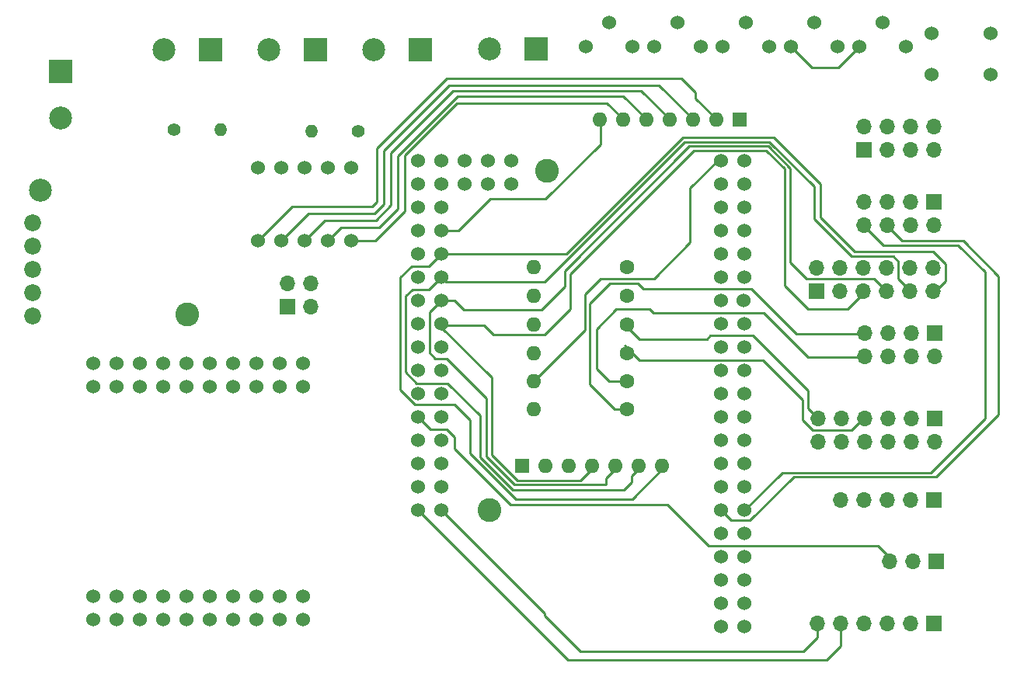
<source format=gbr>
%TF.GenerationSoftware,KiCad,Pcbnew,(6.0.0-0)*%
%TF.CreationDate,2022-03-14T14:23:58-04:00*%
%TF.ProjectId,BODY LED CONTROLLER,424f4459-204c-4454-9420-434f4e54524f,1.0*%
%TF.SameCoordinates,Original*%
%TF.FileFunction,Copper,L2,Inr*%
%TF.FilePolarity,Positive*%
%FSLAX46Y46*%
G04 Gerber Fmt 4.6, Leading zero omitted, Abs format (unit mm)*
G04 Created by KiCad (PCBNEW (6.0.0-0)) date 2022-03-14 14:23:58*
%MOMM*%
%LPD*%
G01*
G04 APERTURE LIST*
%TA.AperFunction,ComponentPad*%
%ADD10R,2.500000X2.500000*%
%TD*%
%TA.AperFunction,ComponentPad*%
%ADD11C,2.500000*%
%TD*%
%TA.AperFunction,ComponentPad*%
%ADD12R,1.700000X1.700000*%
%TD*%
%TA.AperFunction,ComponentPad*%
%ADD13O,1.700000X1.700000*%
%TD*%
%TA.AperFunction,ComponentPad*%
%ADD14C,1.600000*%
%TD*%
%TA.AperFunction,ComponentPad*%
%ADD15O,1.600000X1.600000*%
%TD*%
%TA.AperFunction,ComponentPad*%
%ADD16C,1.836000*%
%TD*%
%TA.AperFunction,ComponentPad*%
%ADD17C,2.600000*%
%TD*%
%TA.AperFunction,ComponentPad*%
%ADD18C,1.524000*%
%TD*%
%TA.AperFunction,ComponentPad*%
%ADD19R,1.600000X1.600000*%
%TD*%
%TA.AperFunction,ComponentPad*%
%ADD20C,1.400000*%
%TD*%
%TA.AperFunction,ComponentPad*%
%ADD21O,1.400000X1.400000*%
%TD*%
%TA.AperFunction,Conductor*%
%ADD22C,0.250000*%
%TD*%
G04 APERTURE END LIST*
D10*
%TO.N,GND*%
%TO.C,J1*%
X93790000Y-70645000D03*
D11*
%TO.N,+12V*%
X93790000Y-75725000D03*
%TD*%
D10*
%TO.N,GND*%
%TO.C,J2*%
X110180000Y-68280000D03*
D11*
%TO.N,+5V*%
X105100000Y-68280000D03*
%TD*%
D10*
%TO.N,GND*%
%TO.C,J3*%
X133045000Y-68280000D03*
D11*
%TO.N,+5V*%
X127965000Y-68280000D03*
%TD*%
D10*
%TO.N,GND*%
%TO.C,J4*%
X121615000Y-68254000D03*
D11*
%TO.N,+5V*%
X116535000Y-68254000D03*
%TD*%
D12*
%TO.N,GND*%
%TO.C,J7*%
X188976000Y-117334000D03*
D13*
%TO.N,+5V*%
X186436000Y-117334000D03*
%TO.N,DP_LOAD*%
X183896000Y-117334000D03*
%TO.N,DP_CLOCK*%
X181356000Y-117334000D03*
%TO.N,DP_DATA_IN*%
X178816000Y-117334000D03*
%TD*%
D12*
%TO.N,GND*%
%TO.C,J8*%
X188976000Y-130810000D03*
D13*
%TO.N,+5V*%
X186436000Y-130810000D03*
%TO.N,VU_STROBE*%
X183896000Y-130810000D03*
%TO.N,VU_RESET*%
X181356000Y-130810000D03*
%TO.N,SPECTRUM_LEFT*%
X178816000Y-130810000D03*
%TO.N,SPECTRUM_RIGHT*%
X176276000Y-130810000D03*
%TD*%
D14*
%TO.N,Net-(J5-Pad8)*%
%TO.C,R2*%
X155520000Y-104422000D03*
D15*
%TO.N,MAINT_DATA*%
X145360000Y-104422000D03*
%TD*%
D14*
%TO.N,Net-(J6-Pad7)*%
%TO.C,R3*%
X155520000Y-101344000D03*
D15*
%TO.N,CS1_DATA*%
X145360000Y-101344000D03*
%TD*%
D14*
%TO.N,Net-(J6-Pad11)*%
%TO.C,R4*%
X155520000Y-98216000D03*
D15*
%TO.N,CS2_DATA*%
X145360000Y-98216000D03*
%TD*%
D14*
%TO.N,Net-(J6-Pad8)*%
%TO.C,R5*%
X155520000Y-95068000D03*
D15*
%TO.N,VU1_DATA*%
X145360000Y-95068000D03*
%TD*%
D14*
%TO.N,Net-(J6-Pad12)*%
%TO.C,R6*%
X155520000Y-91970000D03*
D15*
%TO.N,VU2_DATA*%
X145360000Y-91970000D03*
%TD*%
D16*
%TO.N,unconnected-(U1-PadEN)*%
%TO.C,U1*%
X90780000Y-87130000D03*
%TO.N,GND*%
X90780000Y-92210000D03*
X90780000Y-94750000D03*
D11*
%TO.N,N/C*%
X91610000Y-83600000D03*
D17*
X107610000Y-97100000D03*
D16*
%TO.N,+12V*%
X90780000Y-89670000D03*
%TO.N,+5V*%
X90780000Y-97290000D03*
%TD*%
D18*
%TO.N,unconnected-(U2-Pad0)*%
%TO.C,U2*%
X105015400Y-130406600D03*
%TO.N,unconnected-(U2-Pad1)*%
X120205400Y-127866600D03*
%TO.N,unconnected-(U2-Pad2)*%
X102475400Y-130406600D03*
%TO.N,unconnected-(U2-Pad3)*%
X117715400Y-127866600D03*
%TO.N,unconnected-(U2-Pad4)*%
X107555400Y-130406600D03*
%TO.N,unconnected-(U2-Pad5)*%
X105015400Y-105000600D03*
%TO.N,unconnected-(U2-Pad18)*%
X112635400Y-105000600D03*
%TO.N,unconnected-(U2-Pad19)*%
X110095400Y-105000600D03*
%TO.N,unconnected-(U2-Pad21)*%
X112635400Y-127866600D03*
%TO.N,unconnected-(U2-Pad22)*%
X115175400Y-127866600D03*
%TO.N,unconnected-(U2-Pad23)*%
X107555400Y-105000600D03*
%TO.N,unconnected-(U2-Pad25)*%
X107555400Y-127866600D03*
%TO.N,unconnected-(U2-Pad26)*%
X115175400Y-105000600D03*
%TO.N,unconnected-(U2-Pad27)*%
X110095400Y-127866600D03*
%TO.N,unconnected-(U2-Pad32)*%
X112635400Y-130406600D03*
%TO.N,unconnected-(U2-Pad33)*%
X110095400Y-102460600D03*
%TO.N,unconnected-(U2-Pad34)*%
X107555400Y-102460600D03*
%TO.N,unconnected-(U2-Pad35)*%
X112635400Y-102460600D03*
%TO.N,unconnected-(U2-Pad39)*%
X115175400Y-102460600D03*
%TO.N,GND*%
X105015400Y-127866600D03*
X120255400Y-130406600D03*
X120255400Y-102460600D03*
%TO.N,+5V*%
X102475400Y-127866600D03*
%TO.N,3.3V*%
X102475400Y-105000600D03*
%TO.N,unconnected-(U2-Pad80)*%
X99935400Y-127866600D03*
%TO.N,unconnected-(U2-Pad81)*%
X97395400Y-127866600D03*
%TO.N,unconnected-(U2-Pad82)*%
X110095400Y-130406600D03*
%TO.N,unconnected-(U2-Pad83)*%
X99935400Y-130406600D03*
%TO.N,unconnected-(U2-Pad84)*%
X97395400Y-130406600D03*
%TO.N,unconnected-(U2-Pad85)*%
X120255400Y-105000600D03*
%TO.N,unconnected-(U2-Pad86)*%
X117715400Y-105000600D03*
%TO.N,unconnected-(U2-Pad87)*%
X99935400Y-105000600D03*
%TO.N,unconnected-(U2-Pad88)*%
X97395400Y-105000600D03*
%TO.N,unconnected-(U2-Pad89)*%
X117715400Y-102460600D03*
%TO.N,unconnected-(U2-Pad90)*%
X105015400Y-102460600D03*
%TO.N,unconnected-(U2-Pad91)*%
X102475400Y-102460600D03*
%TO.N,unconnected-(U2-Pad92)*%
X99935400Y-102460600D03*
%TO.N,unconnected-(U2-Pad93)*%
X97395400Y-102460600D03*
%TO.N,ESP_LOGIC_RX*%
X115175400Y-130406600D03*
%TO.N,ESP_LOGIC_TX*%
X117715400Y-130406600D03*
%TD*%
D14*
%TO.N,Net-(J5-Pad7)*%
%TO.C,R1*%
X155520000Y-107470000D03*
D15*
%TO.N,LDP_DATA*%
X145360000Y-107470000D03*
%TD*%
D18*
%TO.N,JUMPER5*%
%TO.C,SW1*%
X125476000Y-89091000D03*
%TO.N,JUMPER4*%
X122936000Y-89091000D03*
%TO.N,JUMPER3*%
X120396000Y-89091000D03*
%TO.N,JUMPER2*%
X117856000Y-89091000D03*
%TO.N,JUMPER1*%
X115316000Y-89091000D03*
%TO.N,+5V*%
X115316000Y-81089000D03*
X117856000Y-81089000D03*
X120396000Y-81089000D03*
X122936000Y-81089000D03*
X125476000Y-81089000D03*
%TD*%
%TO.N,GND*%
%TO.C,RV1*%
X156140000Y-67935000D03*
%TO.N,TRIM1*%
X153600000Y-65325000D03*
%TO.N,+5V*%
X151060000Y-67935000D03*
%TD*%
%TO.N,GND*%
%TO.C,RV2*%
X171015000Y-67935000D03*
%TO.N,TRIM3*%
X168475000Y-65325000D03*
%TO.N,+5V*%
X165935000Y-67935000D03*
%TD*%
%TO.N,GND*%
%TO.C,RV3*%
X185890000Y-67935000D03*
%TO.N,TRIM5*%
X183350000Y-65325000D03*
%TO.N,+5V*%
X180810000Y-67935000D03*
%TD*%
%TO.N,GND*%
%TO.C,RV4*%
X163577500Y-67935000D03*
%TO.N,TRIM2*%
X161037500Y-65325000D03*
%TO.N,+5V*%
X158497500Y-67935000D03*
%TD*%
%TO.N,GND*%
%TO.C,RV5*%
X178452500Y-67935000D03*
%TO.N,TRIM4*%
X175912500Y-65325000D03*
%TO.N,+5V*%
X173372500Y-67935000D03*
%TD*%
D12*
%TO.N,ESP_LOGIC_RX*%
%TO.C,J13*%
X118545000Y-96315000D03*
D13*
%TO.N,ESP_LOGIC_TX*%
X118545000Y-93775000D03*
%TO.N,LOGIC_2560_RX*%
X121085000Y-96315000D03*
%TO.N,LOGIC_2560_TX*%
X121085000Y-93775000D03*
%TD*%
D12*
%TO.N,GND*%
%TO.C,J13*%
X189215000Y-124030000D03*
D13*
%TO.N,+5V*%
X186675000Y-124030000D03*
%TO.N,EXT_MIC*%
X184135000Y-124030000D03*
%TD*%
D19*
%TO.N,GND*%
%TO.C,RN2*%
X144140000Y-113620000D03*
D15*
%TO.N,LIMIT1*%
X146680000Y-113620000D03*
%TO.N,LIMIT2*%
X149220000Y-113620000D03*
%TO.N,LIMIT3*%
X151760000Y-113620000D03*
%TO.N,LIMIT4*%
X154300000Y-113620000D03*
%TO.N,LIMIT5*%
X156840000Y-113620000D03*
%TO.N,LIMIT6*%
X159380000Y-113620000D03*
%TD*%
D20*
%TO.N,BATTERY_LEVEL*%
%TO.C,R7*%
X106172000Y-76962000D03*
D21*
%TO.N,POS*%
X111252000Y-76962000D03*
%TD*%
D18*
%TO.N,GND*%
%TO.C,SW3*%
X188690000Y-70950000D03*
%TO.N,SAVE*%
X188690000Y-66450000D03*
%TO.N,GND*%
X195190000Y-70950000D03*
%TO.N,SAVE*%
X195190000Y-66450000D03*
%TD*%
D12*
%TO.N,GND*%
%TO.C,J6*%
X189050000Y-108510000D03*
D13*
X189050000Y-111050000D03*
%TO.N,+5V*%
X186510000Y-108510000D03*
X186510000Y-111050000D03*
%TO.N,CS1_CLOCK*%
X183970000Y-108510000D03*
%TO.N,VU1_CLOCK*%
X183970000Y-111050000D03*
%TO.N,Net-(J6-Pad7)*%
X181430000Y-108510000D03*
%TO.N,Net-(J6-Pad8)*%
X181430000Y-111050000D03*
%TO.N,CS2_CLOCK*%
X178890000Y-108510000D03*
%TO.N,VU2_CLOCK*%
X178890000Y-111050000D03*
%TO.N,Net-(J6-Pad11)*%
X176350000Y-108510000D03*
%TO.N,Net-(J6-Pad12)*%
X176350000Y-111050000D03*
%TD*%
D12*
%TO.N,GND*%
%TO.C,J11*%
X188970000Y-84810000D03*
D13*
X188970000Y-87350000D03*
%TO.N,+5V*%
X186430000Y-84810000D03*
X186430000Y-87350000D03*
%TO.N,TX1*%
X183890000Y-84810000D03*
%TO.N,TX0*%
X183890000Y-87350000D03*
%TO.N,RX1*%
X181350000Y-84810000D03*
%TO.N,RX0*%
X181350000Y-87350000D03*
%TD*%
D12*
%TO.N,LIMIT1*%
%TO.C,J9*%
X176200000Y-94600000D03*
D13*
%TO.N,+5V*%
X176200000Y-92060000D03*
%TO.N,LIMIT2*%
X178740000Y-94600000D03*
%TO.N,+5V*%
X178740000Y-92060000D03*
%TO.N,LIMIT3*%
X181280000Y-94600000D03*
%TO.N,+5V*%
X181280000Y-92060000D03*
%TO.N,LIMIT4*%
X183820000Y-94600000D03*
%TO.N,+5V*%
X183820000Y-92060000D03*
%TO.N,LIMIT5*%
X186360000Y-94600000D03*
%TO.N,+5V*%
X186360000Y-92060000D03*
%TO.N,LIMIT6*%
X188900000Y-94600000D03*
%TO.N,+5V*%
X188900000Y-92060000D03*
%TD*%
D20*
%TO.N,NEG*%
%TO.C,R8*%
X126238000Y-77140000D03*
D21*
%TO.N,BATTERY_LEVEL*%
X121158000Y-77140000D03*
%TD*%
D19*
%TO.N,GND*%
%TO.C,RN1*%
X167820000Y-75850000D03*
D15*
%TO.N,JUMPER1*%
X165280000Y-75850000D03*
%TO.N,JUMPER2*%
X162740000Y-75850000D03*
%TO.N,JUMPER3*%
X160200000Y-75850000D03*
%TO.N,JUMPER4*%
X157660000Y-75850000D03*
%TO.N,JUMPER5*%
X155120000Y-75850000D03*
%TO.N,SAVE*%
X152580000Y-75850000D03*
%TD*%
D12*
%TO.N,+5V*%
%TO.C,J10*%
X181320000Y-79150000D03*
D13*
X181320000Y-76610000D03*
%TO.N,GND*%
X183860000Y-79150000D03*
X183860000Y-76610000D03*
%TO.N,SCL*%
X186400000Y-79150000D03*
X186400000Y-76610000D03*
%TO.N,SDA*%
X188940000Y-79150000D03*
X188940000Y-76610000D03*
%TD*%
D12*
%TO.N,GND*%
%TO.C,J5*%
X189040000Y-99130000D03*
D13*
X189040000Y-101670000D03*
%TO.N,+5V*%
X186500000Y-99130000D03*
X186500000Y-101670000D03*
%TO.N,LDP_CLOCK*%
X183960000Y-99130000D03*
%TO.N,MAINT_CLOCK*%
X183960000Y-101670000D03*
%TO.N,Net-(J5-Pad7)*%
X181420000Y-99130000D03*
%TO.N,Net-(J5-Pad8)*%
X181420000Y-101670000D03*
%TD*%
D18*
%TO.N,TX0*%
%TO.C,U3*%
X165755000Y-118455000D03*
%TO.N,RX0*%
X168295000Y-118455000D03*
%TO.N,OE*%
X165755000Y-115915000D03*
%TO.N,DP_DATA_IN*%
X168295000Y-115915000D03*
%TO.N,DP_CLOCK*%
X165765000Y-113375000D03*
%TO.N,DP_LOAD*%
X168295000Y-113375000D03*
%TO.N,unconnected-(U3-Pad6)*%
X165755000Y-110835000D03*
%TO.N,unconnected-(U3-Pad7)*%
X168295000Y-110835000D03*
%TO.N,unconnected-(U3-Pad8)*%
X165755000Y-108295000D03*
%TO.N,unconnected-(U3-Pad9)*%
X168295000Y-108295000D03*
%TO.N,unconnected-(U3-Pad10)*%
X165755000Y-105755000D03*
%TO.N,unconnected-(U3-Pad11)*%
X168295000Y-105755000D03*
%TO.N,VU_STROBE*%
X165755000Y-103215000D03*
%TO.N,VU_RESET*%
X168295000Y-103215000D03*
%TO.N,unconnected-(U3-Pad14)*%
X165755000Y-100675000D03*
%TO.N,unconnected-(U3-Pad15)*%
X168295000Y-100675000D03*
%TO.N,LOGIC_2560_RX*%
X165755000Y-98135000D03*
%TO.N,LOGIC_2560_TX*%
X168295000Y-98135000D03*
%TO.N,TX1*%
X165765000Y-95595000D03*
%TO.N,RX1*%
X168215000Y-95595000D03*
%TO.N,SDA*%
X165765000Y-93055000D03*
%TO.N,SCL*%
X168295000Y-93055000D03*
%TO.N,unconnected-(U3-Pad22)*%
X165755000Y-90515000D03*
%TO.N,unconnected-(U3-Pad23)*%
X168295000Y-90515000D03*
%TO.N,unconnected-(U3-Pad24)*%
X165755000Y-87975000D03*
%TO.N,unconnected-(U3-Pad25)*%
X168295000Y-87975000D03*
%TO.N,unconnected-(U3-Pad26)*%
X165755000Y-85435000D03*
%TO.N,unconnected-(U3-Pad27)*%
X168295000Y-85435000D03*
%TO.N,unconnected-(U3-Pad28)*%
X165755000Y-82895000D03*
%TO.N,LIMIT1*%
X168295000Y-82895000D03*
%TO.N,MAINT_DATA*%
X165755000Y-80355000D03*
%TO.N,LIMIT2*%
X168295000Y-80355000D03*
%TO.N,MAINT_CLOCK*%
X132735000Y-98135000D03*
%TO.N,LIMIT3*%
X135275000Y-98135000D03*
%TO.N,LDP_DATA*%
X132735000Y-95595000D03*
%TO.N,LIMIT4*%
X135275000Y-95595000D03*
%TO.N,LDP_CLOCK*%
X132735000Y-93055000D03*
%TO.N,LIMIT5*%
X135275000Y-93055000D03*
%TO.N,CS1_DATA*%
X132735000Y-90515000D03*
%TO.N,LIMIT6*%
X135275000Y-90515000D03*
%TO.N,CS1_CLOCK*%
X132735000Y-87975000D03*
%TO.N,SAVE*%
X135275000Y-87975000D03*
%TO.N,CS2_DATA*%
X132735000Y-85435000D03*
%TO.N,unconnected-(U3-Pad43)*%
X135275000Y-85435000D03*
%TO.N,CS2_CLOCK*%
X132735000Y-82895000D03*
%TO.N,JUMPER5*%
X135275000Y-82895000D03*
%TO.N,VU1_DATA*%
X132735000Y-80355000D03*
%TO.N,JUMPER4*%
X135275000Y-80355000D03*
%TO.N,VU1_CLOCK*%
X137825000Y-80355000D03*
%TO.N,JUMPER3*%
X137815000Y-82895000D03*
%TO.N,VU2_DATA*%
X140355000Y-80355000D03*
%TO.N,JUMPER2*%
X140355000Y-82895000D03*
%TO.N,VU2_CLOCK*%
X142895000Y-80355000D03*
%TO.N,JUMPER1*%
X142895000Y-82895000D03*
%TO.N,GND*%
X168295000Y-128615000D03*
X165755000Y-128615000D03*
%TO.N,+5V*%
X165755000Y-131155000D03*
X168295000Y-131155000D03*
%TO.N,unconnected-(U3-Pad72)*%
X165755000Y-126075000D03*
%TO.N,unconnected-(U3-Pad73)*%
X168295000Y-126075000D03*
%TO.N,unconnected-(U3-Pad74)*%
X168295000Y-123535000D03*
%TO.N,unconnected-(U3-Pad75)*%
X165755000Y-123535000D03*
D17*
%TO.N,N/C*%
X146805000Y-81425000D03*
X140515000Y-118455000D03*
D18*
%TO.N,unconnected-(U3-Pad104)*%
X165755000Y-120995000D03*
%TO.N,unconnected-(U3-Pad105)*%
X168295000Y-120995000D03*
%TO.N,SPECTRUM_LEFT*%
X132735000Y-118455000D03*
%TO.N,SPECTRUM_RIGHT*%
X135275000Y-118455000D03*
%TO.N,TRIM1*%
X132735000Y-115915000D03*
%TO.N,TRIM2*%
X135275000Y-115915000D03*
%TO.N,TRIM3*%
X132735000Y-113375000D03*
%TO.N,TRIM4*%
X135275000Y-113375000D03*
%TO.N,TRIM5*%
X132735000Y-110835000D03*
%TO.N,BATTERY_LEVEL*%
X135275000Y-110835000D03*
%TO.N,EXT_MIC*%
X132735000Y-108295000D03*
%TO.N,unconnected-(U3-Pad209)*%
X135275000Y-108295000D03*
%TO.N,unconnected-(U3-Pad210)*%
X132735000Y-105755000D03*
%TO.N,unconnected-(U3-Pad211)*%
X135275000Y-105755000D03*
%TO.N,unconnected-(U3-Pad212)*%
X132735000Y-103215000D03*
%TO.N,unconnected-(U3-Pad213)*%
X135275000Y-103215000D03*
%TO.N,unconnected-(U3-Pad214)*%
X132735000Y-100675000D03*
%TO.N,unconnected-(U3-Pad215)*%
X135275000Y-100675000D03*
%TD*%
D10*
%TO.N,POS*%
%TO.C,J12*%
X145625000Y-68170000D03*
D11*
%TO.N,NEG*%
X140545000Y-68170000D03*
%TD*%
D22*
%TO.N,+5V*%
X180810000Y-67935000D02*
X178525000Y-70220000D01*
X178525000Y-70220000D02*
X175657500Y-70220000D01*
X175657500Y-70220000D02*
X173372500Y-67935000D01*
%TO.N,SPECTRUM_RIGHT*%
X146540000Y-129970000D02*
X150410000Y-133840000D01*
X150410000Y-133840000D02*
X174760000Y-133840000D01*
X174760000Y-133840000D02*
X176276000Y-132324000D01*
X135290000Y-118470000D02*
X146540000Y-129720000D01*
X176276000Y-132324000D02*
X176276000Y-130810000D01*
X146540000Y-129720000D02*
X146540000Y-129970000D01*
%TO.N,SPECTRUM_LEFT*%
X177320000Y-134780000D02*
X178816000Y-133284000D01*
X132750000Y-118470000D02*
X149060000Y-134780000D01*
X149060000Y-134780000D02*
X177320000Y-134780000D01*
X178816000Y-133284000D02*
X178816000Y-130810000D01*
%TO.N,RX0*%
X191640000Y-89570000D02*
X183445000Y-89570000D01*
X194540000Y-108482000D02*
X194540000Y-92470000D01*
X168250000Y-118530000D02*
X172421520Y-114358480D01*
X172421520Y-114358480D02*
X188663520Y-114358480D01*
X188663520Y-114358480D02*
X194540000Y-108482000D01*
X194540000Y-92470000D02*
X191640000Y-89570000D01*
X183445000Y-89570000D02*
X181300000Y-87425000D01*
%TO.N,TX0*%
X168943489Y-119556511D02*
X173692000Y-114808000D01*
X189230000Y-114808000D02*
X196030000Y-108008000D01*
X166856511Y-119556511D02*
X168943489Y-119556511D01*
X196030000Y-92970000D02*
X192180480Y-89120480D01*
X196030000Y-108008000D02*
X196030000Y-92970000D01*
X165770000Y-118470000D02*
X166856511Y-119556511D01*
X173692000Y-114808000D02*
X189230000Y-114808000D01*
X185535480Y-89120480D02*
X183840000Y-87425000D01*
X192180480Y-89120480D02*
X185535480Y-89120480D01*
%TO.N,MAINT_DATA*%
X152680000Y-93200000D02*
X150970000Y-94910000D01*
X150970000Y-98812000D02*
X145360000Y-104422000D01*
X165770000Y-80370000D02*
X165410000Y-80370000D01*
X158460000Y-93200000D02*
X157560000Y-93200000D01*
X150970000Y-94910000D02*
X150970000Y-98812000D01*
X162420000Y-83360000D02*
X162420000Y-89240000D01*
X157600000Y-93200000D02*
X152680000Y-93200000D01*
X165410000Y-80370000D02*
X162420000Y-83360000D01*
X162420000Y-89240000D02*
X158460000Y-93200000D01*
%TO.N,JUMPER5*%
X131318000Y-79756000D02*
X136994000Y-74080000D01*
X136994000Y-74080000D02*
X153320000Y-74080000D01*
X125476000Y-89091000D02*
X128079000Y-89091000D01*
X153320000Y-74080000D02*
X155150000Y-75910000D01*
X128079000Y-89091000D02*
X131318000Y-85852000D01*
X131318000Y-85852000D02*
X131318000Y-79756000D01*
%TO.N,JUMPER4*%
X130556000Y-79882282D02*
X137098282Y-73340000D01*
X122936000Y-89091000D02*
X124397000Y-87630000D01*
X128524000Y-87630000D02*
X130556000Y-85598000D01*
X137098282Y-73340000D02*
X155120000Y-73340000D01*
X155120000Y-73340000D02*
X157690000Y-75910000D01*
X130556000Y-85598000D02*
X130556000Y-79882282D01*
X124397000Y-87630000D02*
X128524000Y-87630000D01*
%TO.N,JUMPER3*%
X129794000Y-79502000D02*
X136576000Y-72720000D01*
X157040000Y-72720000D02*
X160230000Y-75910000D01*
X122619000Y-86868000D02*
X128143000Y-86868000D01*
X136576000Y-72720000D02*
X157040000Y-72720000D01*
X120396000Y-89091000D02*
X122619000Y-86868000D01*
X129794000Y-85217000D02*
X129794000Y-79502000D01*
X128143000Y-86868000D02*
X129794000Y-85217000D01*
%TO.N,JUMPER2*%
X158980000Y-72120000D02*
X162770000Y-75910000D01*
X129032000Y-79248000D02*
X136160000Y-72120000D01*
X117856000Y-89091000D02*
X120841000Y-86106000D01*
X136160000Y-72120000D02*
X158980000Y-72120000D01*
X120841000Y-86106000D02*
X128016000Y-86106000D01*
X129032000Y-85090000D02*
X129032000Y-79248000D01*
X128016000Y-86106000D02*
X129032000Y-85090000D01*
%TO.N,JUMPER1*%
X127762000Y-85344000D02*
X128270000Y-84836000D01*
X128270000Y-84836000D02*
X128270000Y-78994000D01*
X162990000Y-73590000D02*
X165310000Y-75910000D01*
X135904000Y-71360000D02*
X161450000Y-71360000D01*
X161450000Y-71360000D02*
X162990000Y-72900000D01*
X128270000Y-78994000D02*
X135904000Y-71360000D01*
X162990000Y-72900000D02*
X162990000Y-73590000D01*
X115316000Y-89091000D02*
X119063000Y-85344000D01*
X119063000Y-85344000D02*
X127762000Y-85344000D01*
%TO.N,SAVE*%
X146680000Y-84520000D02*
X140590000Y-84520000D01*
X137120000Y-87990000D02*
X135290000Y-87990000D01*
X152610000Y-78590000D02*
X146680000Y-84520000D01*
X140590000Y-84520000D02*
X137120000Y-87990000D01*
X152610000Y-75910000D02*
X152610000Y-78590000D01*
%TO.N,EXT_MIC*%
X164380000Y-122330000D02*
X159940000Y-117890000D01*
X134100000Y-109660000D02*
X132750000Y-108310000D01*
X136720000Y-110470000D02*
X135910000Y-109660000D01*
X142860000Y-117890000D02*
X136720000Y-111750000D01*
X136720000Y-111750000D02*
X136720000Y-110470000D01*
X135910000Y-109660000D02*
X134100000Y-109660000D01*
X182885000Y-122330000D02*
X164380000Y-122330000D01*
X159940000Y-117890000D02*
X142860000Y-117890000D01*
X183895000Y-123340000D02*
X182885000Y-122330000D01*
%TO.N,Net-(J6-Pad11)*%
X175260000Y-107340000D02*
X176300000Y-108380000D01*
X155290000Y-98246000D02*
X156874000Y-99830000D01*
X169280000Y-99450000D02*
X175260000Y-105430000D01*
X164250000Y-99830000D02*
X164630000Y-99450000D01*
X164630000Y-99450000D02*
X169280000Y-99450000D01*
X156874000Y-99830000D02*
X164250000Y-99830000D01*
X175260000Y-105430000D02*
X175260000Y-107340000D01*
%TO.N,LIMIT3*%
X139940000Y-98290000D02*
X135040000Y-98290000D01*
X146549489Y-99340511D02*
X140990511Y-99340511D01*
X143570480Y-115230480D02*
X150489520Y-115230480D01*
X170713802Y-79229520D02*
X162830480Y-79229520D01*
X150489520Y-115230480D02*
X151920000Y-113800000D01*
X162830480Y-79229520D02*
X149350000Y-92710000D01*
X140760000Y-112420000D02*
X143570480Y-115230480D01*
X149350000Y-92710000D02*
X149350000Y-96540000D01*
X135040000Y-98290000D02*
X140760000Y-104010000D01*
X175230000Y-96510000D02*
X172700000Y-93980000D01*
X181455000Y-94635000D02*
X179580000Y-96510000D01*
X179580000Y-96510000D02*
X175230000Y-96510000D01*
X140990511Y-99340511D02*
X139940000Y-98290000D01*
X172700000Y-93980000D02*
X172700000Y-81215718D01*
X149350000Y-96540000D02*
X146549489Y-99340511D01*
X140760000Y-104010000D02*
X140760000Y-112420000D01*
X172700000Y-81215718D02*
X170713802Y-79229520D01*
%TO.N,LIMIT4*%
X148740000Y-92350000D02*
X162310000Y-78780000D01*
X136725000Y-95595000D02*
X137770000Y-96640000D01*
X148740000Y-94080000D02*
X148740000Y-92350000D01*
X162310000Y-78780000D02*
X170900000Y-78780000D01*
X146180000Y-96640000D02*
X148740000Y-94080000D01*
X179240978Y-93240000D02*
X182460000Y-93240000D01*
X135870000Y-101940000D02*
X134630000Y-101940000D01*
X140190000Y-106260000D02*
X135870000Y-101940000D01*
X140190000Y-112650000D02*
X140190000Y-106260000D01*
X153230000Y-115030000D02*
X153230000Y-115680000D01*
X154460000Y-113800000D02*
X153230000Y-115030000D01*
X173320000Y-91470000D02*
X175084511Y-93234511D01*
X170900000Y-78780000D02*
X173320000Y-81200000D01*
X173320000Y-81200000D02*
X173320000Y-91470000D01*
X137770000Y-96640000D02*
X146180000Y-96640000D01*
X179235489Y-93234511D02*
X179240978Y-93240000D01*
X143220000Y-115680000D02*
X140190000Y-112650000D01*
X135275000Y-95595000D02*
X136725000Y-95595000D01*
X153230000Y-115680000D02*
X143220000Y-115680000D01*
X133990000Y-101300000D02*
X133990000Y-96880000D01*
X133990000Y-96880000D02*
X135275000Y-95595000D01*
X175084511Y-93234511D02*
X179235489Y-93234511D01*
X182460000Y-93240000D02*
X183820000Y-94600000D01*
X134630000Y-101940000D02*
X133990000Y-101300000D01*
%TO.N,LIMIT5*%
X175950000Y-83194282D02*
X175950000Y-86730000D01*
X132120000Y-94390000D02*
X133940000Y-94390000D01*
X156070000Y-115390000D02*
X155220000Y-116240000D01*
X132613440Y-104630000D02*
X131400000Y-103416560D01*
X133940000Y-94390000D02*
X135275000Y-93055000D01*
X131400000Y-95110000D02*
X132120000Y-94390000D01*
X131400000Y-103416560D02*
X131400000Y-95110000D01*
X135275000Y-93055000D02*
X135810000Y-93590000D01*
X143120000Y-116240000D02*
X139550000Y-112670000D01*
X184530000Y-90750000D02*
X185110000Y-91330000D01*
X139550000Y-108170000D02*
X136010000Y-104630000D01*
X175950000Y-86730000D02*
X179970000Y-90750000D01*
X136010000Y-104630000D02*
X132613440Y-104630000D01*
X179970000Y-90750000D02*
X184530000Y-90750000D01*
X157000000Y-113800000D02*
X156070000Y-114730000D01*
X139550000Y-112670000D02*
X139550000Y-108170000D01*
X135810000Y-93590000D02*
X146530000Y-93590000D01*
X171055718Y-78300000D02*
X175950000Y-83194282D01*
X146530000Y-93590000D02*
X161820000Y-78300000D01*
X185110000Y-91330000D02*
X185110000Y-93210000D01*
X156070000Y-114730000D02*
X156070000Y-115390000D01*
X185110000Y-93210000D02*
X186535000Y-94635000D01*
X161820000Y-78300000D02*
X171055718Y-78300000D01*
X155220000Y-116240000D02*
X143120000Y-116240000D01*
%TO.N,LIMIT6*%
X188881010Y-90240000D02*
X180330000Y-90240000D01*
X171530480Y-77850480D02*
X161633803Y-77850480D01*
X135290000Y-90530000D02*
X133980000Y-91840000D01*
X138430000Y-112250000D02*
X143430000Y-117250000D01*
X189075000Y-94635000D02*
X190249511Y-93460489D01*
X143430000Y-117250000D02*
X156090000Y-117250000D01*
X180330000Y-90240000D02*
X176610000Y-86520000D01*
X176610000Y-82930000D02*
X171530480Y-77850480D01*
X176610000Y-86520000D02*
X176610000Y-82930000D01*
X156090000Y-117250000D02*
X159540000Y-113800000D01*
X130790000Y-105370000D02*
X132380000Y-106960000D01*
X138430000Y-108640000D02*
X138430000Y-112250000D01*
X190249511Y-91608501D02*
X188881010Y-90240000D01*
X161633803Y-77850480D02*
X148954282Y-90530000D01*
X190249511Y-93460489D02*
X190249511Y-91608501D01*
X133980000Y-91840000D02*
X132040000Y-91840000D01*
X132040000Y-91840000D02*
X130790000Y-93090000D01*
X132380000Y-106960000D02*
X136750000Y-106960000D01*
X148954282Y-90530000D02*
X135290000Y-90530000D01*
X130790000Y-93090000D02*
X130790000Y-105370000D01*
X136750000Y-106960000D02*
X138430000Y-108640000D01*
%TO.N,Net-(J5-Pad7)*%
X151500000Y-104770000D02*
X154200000Y-107470000D01*
X153680000Y-93730000D02*
X151500000Y-95910000D01*
X151500000Y-95910000D02*
X151500000Y-104770000D01*
X157270000Y-94290000D02*
X156710000Y-93730000D01*
X156710000Y-93730000D02*
X153680000Y-93730000D01*
X174010000Y-99250000D02*
X169050000Y-94290000D01*
X169050000Y-94290000D02*
X157270000Y-94290000D01*
X181310000Y-99250000D02*
X174010000Y-99250000D01*
X154200000Y-107470000D02*
X155520000Y-107470000D01*
%TO.N,Net-(J6-Pad7)*%
X180030000Y-109730000D02*
X181380000Y-108380000D01*
X156906000Y-102150000D02*
X165283440Y-102150000D01*
X174660000Y-108620000D02*
X175770000Y-109730000D01*
X175770000Y-109730000D02*
X180030000Y-109730000D01*
X170368489Y-102128489D02*
X174660000Y-106420000D01*
X155290000Y-100534000D02*
X156906000Y-102150000D01*
X174660000Y-106420000D02*
X174660000Y-108620000D01*
X165304951Y-102128489D02*
X170368489Y-102128489D01*
X165283440Y-102150000D02*
X165304951Y-102128489D01*
%TO.N,Net-(J5-Pad8)*%
X175230000Y-101790000D02*
X170390000Y-96950000D01*
X154370000Y-96560000D02*
X152210000Y-98720000D01*
X152210000Y-98720000D02*
X152210000Y-103070000D01*
X170390000Y-96950000D02*
X158390000Y-96950000D01*
X158000000Y-96560000D02*
X154370000Y-96560000D01*
X158390000Y-96950000D02*
X158000000Y-96560000D01*
X181310000Y-101790000D02*
X175230000Y-101790000D01*
X152210000Y-103070000D02*
X153562000Y-104422000D01*
X153562000Y-104422000D02*
X155520000Y-104422000D01*
%TD*%
M02*

</source>
